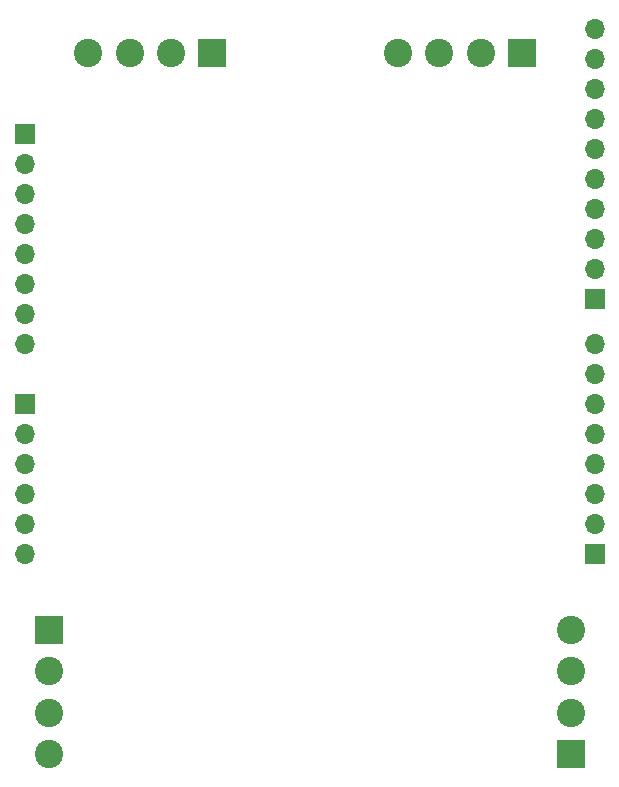
<source format=gbs>
G04 #@! TF.GenerationSoftware,KiCad,Pcbnew,7.0.10*
G04 #@! TF.CreationDate,2024-03-17T21:58:49+02:00*
G04 #@! TF.ProjectId,MasterShield,4d617374-6572-4536-9869-656c642e6b69,rev?*
G04 #@! TF.SameCoordinates,Original*
G04 #@! TF.FileFunction,Soldermask,Bot*
G04 #@! TF.FilePolarity,Negative*
%FSLAX46Y46*%
G04 Gerber Fmt 4.6, Leading zero omitted, Abs format (unit mm)*
G04 Created by KiCad (PCBNEW 7.0.10) date 2024-03-17 21:58:49*
%MOMM*%
%LPD*%
G01*
G04 APERTURE LIST*
%ADD10R,2.400000X2.400000*%
%ADD11C,2.400000*%
%ADD12R,1.700000X1.700000*%
%ADD13O,1.700000X1.700000*%
G04 APERTURE END LIST*
D10*
X245308000Y-59182000D03*
D11*
X241808000Y-59182000D03*
X238308000Y-59182000D03*
X234808000Y-59182000D03*
D10*
X219090000Y-59182000D03*
D11*
X215590000Y-59182000D03*
X212090000Y-59182000D03*
X208590000Y-59182000D03*
D10*
X205232000Y-108077000D03*
D11*
X205232000Y-111577000D03*
X205232000Y-115077000D03*
X205232000Y-118577000D03*
D10*
X249478800Y-118577000D03*
D11*
X249478800Y-115077000D03*
X249478800Y-111577000D03*
X249478800Y-108077000D03*
D12*
X251460000Y-101600000D03*
D13*
X251460000Y-99060000D03*
X251460000Y-96520000D03*
X251460000Y-93980000D03*
X251460000Y-91440000D03*
X251460000Y-88900000D03*
X251460000Y-86360000D03*
X251460000Y-83820000D03*
D12*
X251460000Y-80010000D03*
D13*
X251460000Y-77470000D03*
X251460000Y-74930000D03*
X251460000Y-72390000D03*
X251460000Y-69850000D03*
X251460000Y-67310000D03*
X251460000Y-64770000D03*
X251460000Y-62230000D03*
X251460000Y-59690000D03*
X251460000Y-57150000D03*
D12*
X203200000Y-88900000D03*
D13*
X203200000Y-91440000D03*
X203200000Y-93980000D03*
X203200000Y-96520000D03*
X203200000Y-99060000D03*
X203200000Y-101600000D03*
D12*
X203200000Y-66040000D03*
D13*
X203200000Y-68580000D03*
X203200000Y-71120000D03*
X203200000Y-73660000D03*
X203200000Y-76200000D03*
X203200000Y-78740000D03*
X203200000Y-81280000D03*
X203200000Y-83820000D03*
M02*

</source>
